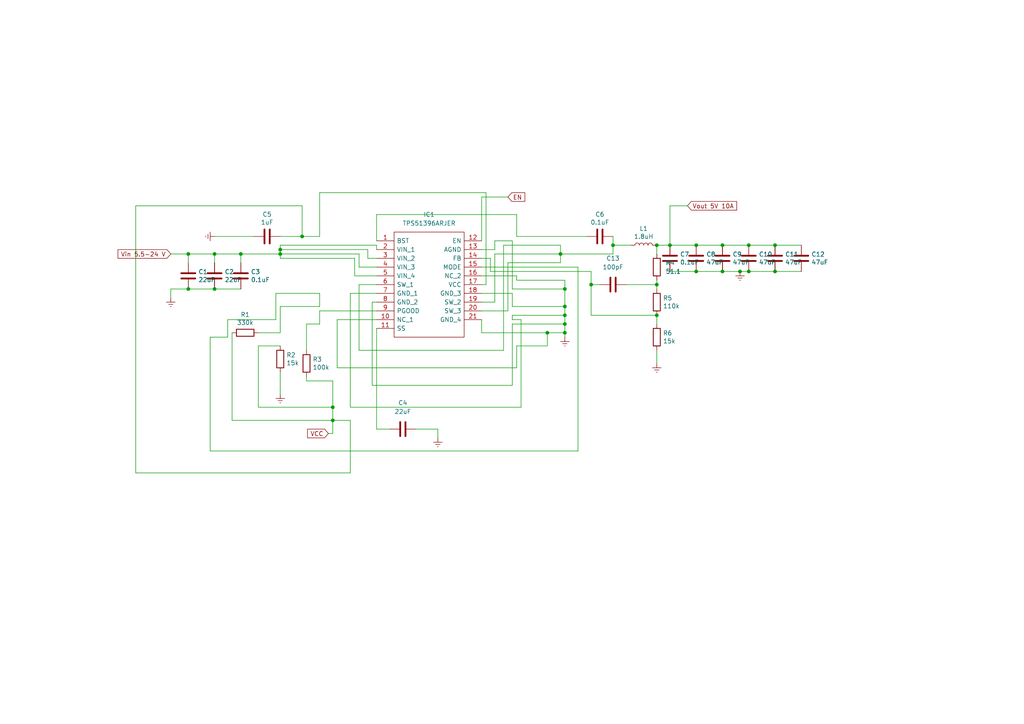
<source format=kicad_sch>
(kicad_sch (version 20211123) (generator eeschema)
  (paper "A4")
  (lib_symbols
    (symbol "Device:C" (pin_numbers hide) (pin_names (offset 0.254))
      (property "Reference" "C" (at 0.635 2.54 0))
      (property "Value" "C" (at 0.635 -2.54 0))
      (symbol "C_0_1"
        (polyline (pts (xy -2.032 -0.762) (xy 2.032 -0.762)) (stroke (width 0.508)))
        (polyline (pts (xy -2.032 0.762) (xy 2.032 0.762)) (stroke (width 0.508)))
      )
      (symbol "C_1_1"
        (pin passive line (at 0 3.81 270) (length 2.794) (name "~") (number "1"))
        (pin passive line (at 0 -3.81 90) (length 2.794) (name "~") (number "2"))
      )
    )
    (symbol "Device:L" (pin_numbers hide) (pin_names (offset 1.016) hide)
      (property "Reference" "L" (at -1.27 0 90))
      (property "Value" "L" (at 1.905 0 90))
      (symbol "L_0_1"
        (arc (start 0 -2.54) (mid 0.635 -1.905) (end 0 -1.27))
        (arc (start 0 -1.27) (mid 0.635 -0.635) (end 0 0))
        (arc (start 0 0) (mid 0.635 0.635) (end 0 1.27))
        (arc (start 0 1.27) (mid 0.635 1.905) (end 0 2.54))
      )
      (symbol "L_1_1"
        (pin passive line (at 0 3.81 270) (length 1.27) (name "1") (number "1"))
        (pin passive line (at 0 -3.81 90) (length 1.27) (name "2") (number "2"))
      )
    )
    (symbol "Device:R" (pin_numbers hide) (pin_names (offset 0))
      (property "Reference" "R" (at 2.032 0 90))
      (property "Value" "R" (at 0 0 90))
      (symbol "R_0_1"
        (rectangle (start -1.016 -2.54) (end 1.016 2.54) (stroke (width 0.254)))
      )
      (symbol "R_1_1"
        (pin passive line (at 0 3.81 270) (length 1.27) (name "~") (number "1"))
        (pin passive line (at 0 -3.81 90) (length 1.27) (name "~") (number "2"))
      )
    )
    (symbol "TPS51396ARJER:TPS51396ARJER" (pin_names (offset 0.762))
      (property "Reference" "IC" (at 26.67 7.62 0))
      (property "Value" "TPS51396ARJER" (at 26.67 5.08 0))
      (symbol "TPS51396ARJER_0_0"
        (pin passive line (at 0 0 0) (length 5.08) (name "BST") (number "1"))
        (pin passive line (at 0 -22.86 0) (length 5.08) (name "NC_1") (number "10"))
        (pin passive line (at 0 -25.4 0) (length 5.08) (name "SS") (number "11"))
        (pin passive line (at 30.48 0 180) (length 5.08) (name "EN") (number "12"))
        (pin passive line (at 30.48 -2.54 180) (length 5.08) (name "AGND") (number "13"))
        (pin passive line (at 30.48 -5.08 180) (length 5.08) (name "FB") (number "14"))
        (pin passive line (at 30.48 -7.62 180) (length 5.08) (name "MODE") (number "15"))
        (pin passive line (at 30.48 -10.16 180) (length 5.08) (name "NC_2") (number "16"))
        (pin passive line (at 30.48 -12.7 180) (length 5.08) (name "VCC") (number "17"))
        (pin passive line (at 30.48 -15.24 180) (length 5.08) (name "GND_3") (number "18"))
        (pin passive line (at 30.48 -17.78 180) (length 5.08) (name "SW_2") (number "19"))
        (pin passive line (at 0 -2.54 0) (length 5.08) (name "VIN_1") (number "2"))
        (pin passive line (at 30.48 -20.32 180) (length 5.08) (name "SW_3") (number "20"))
        (pin passive line (at 30.48 -22.86 180) (length 5.08) (name "GND_4") (number "21"))
        (pin passive line (at 0 -5.08 0) (length 5.08) (name "VIN_2") (number "3"))
        (pin passive line (at 0 -7.62 0) (length 5.08) (name "VIN_3") (number "4"))
        (pin passive line (at 0 -10.16 0) (length 5.08) (name "VIN_4") (number "5"))
        (pin passive line (at 0 -12.7 0) (length 5.08) (name "SW_1") (number "6"))
        (pin passive line (at 0 -15.24 0) (length 5.08) (name "GND_1") (number "7"))
        (pin passive line (at 0 -17.78 0) (length 5.08) (name "GND_2") (number "8"))
        (pin passive line (at 0 -20.32 0) (length 5.08) (name "PGOOD") (number "9"))
      )
      (symbol "TPS51396ARJER_0_1"
        (polyline (pts (xy 5.08 2.54) (xy 25.4 2.54) (xy 25.4 -27.94) (xy 5.08 -27.94) (xy 5.08 2.54)) (stroke (width 0.1524)))
      )
    )
    (symbol "power:Earth" (power) (pin_names (offset 0))
      (symbol "Earth_0_1"
        (polyline (pts (xy -0.635 -1.905) (xy 0.635 -1.905)))
        (polyline (pts (xy -0.127 -2.54) (xy 0.127 -2.54)))
        (polyline (pts (xy 0 -1.27) (xy 0 0)))
        (polyline (pts (xy 1.27 -1.27) (xy -1.27 -1.27)))
      )
      (symbol "Earth_1_1"
        (pin power_in line (at 0 0 270) (length 0) hide (name "Earth") (number "1"))
      )
    )
  )
  (junction (at 201.93 78.74))
  (junction (at 214.63 78.74))
  (junction (at 163.83 88.9))
  (junction (at 177.8 71.12))
  (junction (at 69.85 73.66))
  (junction (at 194.31 71.12))
  (junction (at 62.23 83.82))
  (junction (at 201.93 71.12))
  (junction (at 217.17 71.12))
  (junction (at 163.83 91.44))
  (junction (at 54.61 73.66))
  (junction (at 209.55 78.74))
  (junction (at 217.17 78.74))
  (junction (at 96.52 121.92))
  (junction (at 162.56 73.66))
  (junction (at 163.83 96.52))
  (junction (at 190.5 71.12))
  (junction (at 163.83 83.82))
  (junction (at 87.63 68.58))
  (junction (at 209.55 71.12))
  (junction (at 190.5 91.44))
  (junction (at 96.52 118.11))
  (junction (at 163.83 93.98))
  (junction (at 62.23 73.66))
  (junction (at 81.28 73.66))
  (junction (at 190.5 82.55))
  (junction (at 224.79 78.74))
  (junction (at 158.75 96.52))
  (junction (at 224.79 71.12))
  (junction (at 54.61 83.82))
  (junction (at 81.28 72.39))
  (junction (at 171.45 82.55))
  (wire (pts (xy 224.79 78.74) (xy 232.41 78.74)))
  (wire (pts (xy 209.55 71.12) (xy 217.17 71.12)))
  (wire (pts (xy 201.93 71.12) (xy 209.55 71.12)))
  (wire (pts (xy 163.83 91.44) (xy 163.83 93.98)))
  (wire (pts (xy 88.9 93.98) (xy 88.9 101.6)))
  (wire (pts (xy 120.65 124.46) (xy 127 124.46)))
  (wire (pts (xy 66.04 97.79) (xy 66.04 92.71)))
  (wire (pts (xy 54.61 83.82) (xy 49.53 83.82)))
  (wire (pts (xy 81.28 73.66) (xy 81.28 72.39)))
  (wire (pts (xy 171.45 82.55) (xy 173.99 82.55)))
  (wire (pts (xy 148.59 91.44) (xy 163.83 91.44)))
  (wire (pts (xy 81.28 73.66) (xy 81.28 74.93)))
  (wire (pts (xy 158.75 100.33) (xy 158.75 96.52)))
  (wire (pts (xy 151.13 118.11) (xy 151.13 92.71)))
  (wire (pts (xy 139.7 77.47) (xy 167.64 77.47)))
  (wire (pts (xy 140.97 55.88) (xy 92.71 55.88)))
  (wire (pts (xy 139.7 90.17) (xy 147.32 90.17)))
  (wire (pts (xy 143.51 73.66) (xy 162.56 73.66)))
  (wire (pts (xy 148.59 85.09) (xy 148.59 88.9)))
  (wire (pts (xy 96.52 110.49) (xy 96.52 118.11)))
  (wire (pts (xy 49.53 83.82) (xy 49.53 86.36)))
  (wire (pts (xy 92.71 93.98) (xy 88.9 93.98)))
  (wire (pts (xy 139.7 82.55) (xy 140.97 82.55)))
  (wire (pts (xy 81.28 71.12) (xy 109.22 71.12)))
  (wire (pts (xy 107.95 87.63) (xy 107.95 111.76)))
  (wire (pts (xy 167.64 77.47) (xy 167.64 130.81)))
  (wire (pts (xy 148.59 69.85) (xy 148.59 83.82)))
  (wire (pts (xy 62.23 73.66) (xy 54.61 73.66)))
  (wire (pts (xy 139.7 87.63) (xy 143.51 87.63)))
  (wire (pts (xy 104.14 77.47) (xy 109.22 77.47)))
  (wire (pts (xy 69.85 83.82) (xy 62.23 83.82)))
  (wire (pts (xy 194.31 59.69) (xy 194.31 71.12)))
  (wire (pts (xy 60.96 130.81) (xy 60.96 97.79)))
  (wire (pts (xy 80.01 85.09) (xy 92.71 85.09)))
  (wire (pts (xy 88.9 110.49) (xy 96.52 110.49)))
  (wire (pts (xy 190.5 101.6) (xy 190.5 105.41)))
  (wire (pts (xy 163.83 81.28) (xy 163.83 83.82)))
  (wire (pts (xy 148.59 88.9) (xy 163.83 88.9)))
  (wire (pts (xy 69.85 73.66) (xy 62.23 73.66)))
  (wire (pts (xy 73.66 68.58) (xy 62.23 68.58)))
  (wire (pts (xy 149.86 100.33) (xy 158.75 100.33)))
  (wire (pts (xy 92.71 68.58) (xy 87.63 68.58)))
  (wire (pts (xy 109.22 95.25) (xy 109.22 124.46)))
  (wire (pts (xy 217.17 71.12) (xy 224.79 71.12)))
  (wire (pts (xy 67.31 121.92) (xy 96.52 121.92)))
  (wire (pts (xy 167.64 130.81) (xy 60.96 130.81)))
  (wire (pts (xy 140.97 82.55) (xy 140.97 55.88)))
  (wire (pts (xy 139.7 57.15) (xy 147.32 57.15)))
  (wire (pts (xy 60.96 97.79) (xy 66.04 97.79)))
  (wire (pts (xy 143.51 72.39) (xy 143.51 69.85)))
  (wire (pts (xy 92.71 85.09) (xy 92.71 88.9)))
  (wire (pts (xy 109.22 69.85) (xy 109.22 62.23)))
  (wire (pts (xy 149.86 80.01) (xy 149.86 81.28)))
  (wire (pts (xy 81.28 73.66) (xy 104.14 73.66)))
  (wire (pts (xy 101.6 121.92) (xy 96.52 121.92)))
  (wire (pts (xy 62.23 83.82) (xy 54.61 83.82)))
  (wire (pts (xy 109.22 85.09) (xy 101.6 85.09)))
  (wire (pts (xy 87.63 68.58) (xy 81.28 68.58)))
  (wire (pts (xy 102.87 74.93) (xy 102.87 80.01)))
  (wire (pts (xy 139.7 80.01) (xy 149.86 80.01)))
  (wire (pts (xy 162.56 76.2) (xy 162.56 73.66)))
  (wire (pts (xy 146.05 71.12) (xy 162.56 71.12)))
  (wire (pts (xy 143.51 87.63) (xy 143.51 73.66)))
  (wire (pts (xy 54.61 73.66) (xy 49.53 73.66)))
  (wire (pts (xy 109.22 62.23) (xy 149.86 62.23)))
  (wire (pts (xy 69.85 76.2) (xy 69.85 73.66)))
  (wire (pts (xy 107.95 111.76) (xy 148.59 111.76)))
  (wire (pts (xy 101.6 137.16) (xy 101.6 121.92)))
  (wire (pts (xy 177.8 71.12) (xy 182.88 71.12)))
  (wire (pts (xy 74.93 118.11) (xy 96.52 118.11)))
  (wire (pts (xy 109.22 71.12) (xy 109.22 72.39)))
  (wire (pts (xy 87.63 59.69) (xy 39.37 59.69)))
  (wire (pts (xy 217.17 78.74) (xy 224.79 78.74)))
  (wire (pts (xy 101.6 118.11) (xy 151.13 118.11)))
  (wire (pts (xy 88.9 109.22) (xy 88.9 110.49)))
  (wire (pts (xy 190.5 71.12) (xy 194.31 71.12)))
  (wire (pts (xy 74.93 100.33) (xy 74.93 118.11)))
  (wire (pts (xy 209.55 78.74) (xy 214.63 78.74)))
  (wire (pts (xy 158.75 96.52) (xy 163.83 96.52)))
  (wire (pts (xy 171.45 78.74) (xy 171.45 82.55)))
  (wire (pts (xy 106.68 74.93) (xy 109.22 74.93)))
  (wire (pts (xy 96.52 118.11) (xy 96.52 121.92)))
  (wire (pts (xy 127 124.46) (xy 127 127)))
  (wire (pts (xy 148.59 92.71) (xy 148.59 91.44)))
  (wire (pts (xy 214.63 78.74) (xy 217.17 78.74)))
  (wire (pts (xy 81.28 88.9) (xy 81.28 96.52)))
  (wire (pts (xy 139.7 69.85) (xy 139.7 57.15)))
  (wire (pts (xy 67.31 96.52) (xy 67.31 121.92)))
  (wire (pts (xy 162.56 71.12) (xy 162.56 73.66)))
  (wire (pts (xy 109.22 87.63) (xy 107.95 87.63)))
  (wire (pts (xy 139.7 72.39) (xy 143.51 72.39)))
  (wire (pts (xy 149.86 68.58) (xy 170.18 68.58)))
  (wire (pts (xy 92.71 90.17) (xy 92.71 93.98)))
  (wire (pts (xy 190.5 82.55) (xy 190.5 83.82)))
  (wire (pts (xy 201.93 78.74) (xy 209.55 78.74)))
  (wire (pts (xy 194.31 78.74) (xy 201.93 78.74)))
  (wire (pts (xy 80.01 92.71) (xy 80.01 85.09)))
  (wire (pts (xy 163.83 96.52) (xy 163.83 97.79)))
  (wire (pts (xy 106.68 72.39) (xy 106.68 74.93)))
  (wire (pts (xy 163.83 88.9) (xy 163.83 91.44)))
  (wire (pts (xy 81.28 74.93) (xy 102.87 74.93)))
  (wire (pts (xy 101.6 85.09) (xy 101.6 118.11)))
  (wire (pts (xy 81.28 107.95) (xy 81.28 114.3)))
  (wire (pts (xy 54.61 76.2) (xy 54.61 73.66)))
  (wire (pts (xy 87.63 68.58) (xy 87.63 59.69)))
  (wire (pts (xy 81.28 73.66) (xy 69.85 73.66)))
  (wire (pts (xy 104.14 73.66) (xy 104.14 77.47)))
  (wire (pts (xy 81.28 100.33) (xy 74.93 100.33)))
  (wire (pts (xy 148.59 111.76) (xy 148.59 93.98)))
  (wire (pts (xy 62.23 76.2) (xy 62.23 73.66)))
  (wire (pts (xy 142.24 78.74) (xy 171.45 78.74)))
  (wire (pts (xy 177.8 68.58) (xy 177.8 71.12)))
  (wire (pts (xy 190.5 81.28) (xy 190.5 82.55)))
  (wire (pts (xy 39.37 137.16) (xy 101.6 137.16)))
  (wire (pts (xy 149.86 106.68) (xy 149.86 100.33)))
  (wire (pts (xy 181.61 82.55) (xy 190.5 82.55)))
  (wire (pts (xy 104.14 82.55) (xy 104.14 101.6)))
  (wire (pts (xy 109.22 90.17) (xy 92.71 90.17)))
  (wire (pts (xy 81.28 72.39) (xy 106.68 72.39)))
  (wire (pts (xy 104.14 101.6) (xy 146.05 101.6)))
  (wire (pts (xy 96.52 121.92) (xy 96.52 125.73)))
  (wire (pts (xy 147.32 76.2) (xy 162.56 76.2)))
  (wire (pts (xy 146.05 101.6) (xy 146.05 71.12)))
  (wire (pts (xy 171.45 82.55) (xy 171.45 91.44)))
  (wire (pts (xy 163.83 83.82) (xy 163.83 88.9)))
  (wire (pts (xy 163.83 93.98) (xy 163.83 96.52)))
  (wire (pts (xy 162.56 73.66) (xy 177.8 73.66)))
  (wire (pts (xy 92.71 88.9) (xy 81.28 88.9)))
  (wire (pts (xy 224.79 71.12) (xy 232.41 71.12)))
  (wire (pts (xy 149.86 81.28) (xy 163.83 81.28)))
  (wire (pts (xy 151.13 92.71) (xy 148.59 92.71)))
  (wire (pts (xy 177.8 71.12) (xy 177.8 73.66)))
  (wire (pts (xy 97.79 106.68) (xy 149.86 106.68)))
  (wire (pts (xy 171.45 91.44) (xy 190.5 91.44)))
  (wire (pts (xy 147.32 90.17) (xy 147.32 76.2)))
  (wire (pts (xy 109.22 124.46) (xy 113.03 124.46)))
  (wire (pts (xy 139.7 85.09) (xy 148.59 85.09)))
  (wire (pts (xy 148.59 83.82) (xy 163.83 83.82)))
  (wire (pts (xy 95.25 125.73) (xy 96.52 125.73)))
  (wire (pts (xy 148.59 93.98) (xy 163.83 93.98)))
  (wire (pts (xy 199.39 59.69) (xy 194.31 59.69)))
  (wire (pts (xy 139.7 96.52) (xy 158.75 96.52)))
  (wire (pts (xy 139.7 92.71) (xy 139.7 96.52)))
  (wire (pts (xy 97.79 92.71) (xy 109.22 92.71)))
  (wire (pts (xy 190.5 71.12) (xy 190.5 73.66)))
  (wire (pts (xy 92.71 55.88) (xy 92.71 68.58)))
  (wire (pts (xy 109.22 82.55) (xy 104.14 82.55)))
  (wire (pts (xy 143.51 69.85) (xy 148.59 69.85)))
  (wire (pts (xy 139.7 74.93) (xy 142.24 74.93)))
  (wire (pts (xy 97.79 92.71) (xy 97.79 106.68)))
  (wire (pts (xy 142.24 74.93) (xy 142.24 78.74)))
  (wire (pts (xy 149.86 62.23) (xy 149.86 68.58)))
  (wire (pts (xy 190.5 91.44) (xy 190.5 93.98)))
  (wire (pts (xy 81.28 71.12) (xy 81.28 72.39)))
  (wire (pts (xy 39.37 59.69) (xy 39.37 137.16)))
  (wire (pts (xy 102.87 80.01) (xy 109.22 80.01)))
  (wire (pts (xy 74.93 96.52) (xy 81.28 96.52)))
  (wire (pts (xy 66.04 92.71) (xy 80.01 92.71)))
  (wire (pts (xy 194.31 71.12) (xy 201.93 71.12)))
  (global_label "EN" (shape input) (at 147.32 57.15 0) (property "Intersheet References" "${INTERSHEET_REFS}" (effects hide)))
  (global_label "Vin 5.5-24 V" (shape input) (at 49.53 73.66 180) (property "Intersheet References" "${INTERSHEET_REFS}" (effects hide)))
  (global_label "Vout 5V 10A" (shape input) (at 199.39 59.69 0) (property "Intersheet References" "${INTERSHEET_REFS}" (effects hide)))
  (global_label "VCC" (shape input) (at 95.25 125.73 180) (property "Intersheet References" "${INTERSHEET_REFS}" (effects hide)))
  (symbol (lib_id "Device:C") (at 224.79 74.93 0) (unit 1)
    (property "Reference" "C11" (at 227.711 73.7616 0) (effects (justify left)))
    (property "Value" "47uF" (at 227.711 76.073 0) (effects (justify left)))
    (property "Footprint" "Capacitor_SMD:C_0805_2012Metric_Pad1.18x1.45mm_HandSolder" (effects hide))
  )
  (symbol (lib_id "Device:C") (at 194.31 74.93 0) (unit 1)
    (property "Reference" "C7" (at 197.231 73.7616 0) (effects (justify left)))
    (property "Value" "0.1uF" (at 197.231 76.073 0) (effects (justify left)))
    (property "Footprint" "Capacitor_SMD:C_0805_2012Metric_Pad1.18x1.45mm_HandSolder" (effects hide))
  )
  (symbol (lib_id "power:Earth") (at 163.83 97.79 0) (unit 1)
    (property "Reference" "#PWR06" (effects hide))
    (property "Value" "Earth" (effects hide))
  )
  (symbol (lib_id "Device:R") (at 190.5 77.47 0) (unit 1)
    (property "Reference" "R4" (at 193.04 76.1999 0) (effects (justify left)))
    (property "Value" "51.1" (at 193.04 78.7399 0) (effects (justify left)))
    (property "Footprint" "Capacitor_SMD:C_0603_1608Metric_Pad1.08x0.95mm_HandSolder" (effects hide))
  )
  (symbol (lib_id "power:Earth") (at 49.53 86.36 0) (unit 1)
    (property "Reference" "#PWR01" (effects hide))
    (property "Value" "Earth" (effects hide))
  )
  (symbol (lib_id "Device:C") (at 201.93 74.93 0) (unit 1)
    (property "Reference" "C8" (at 204.851 73.7616 0) (effects (justify left)))
    (property "Value" "47uF" (at 204.851 76.073 0) (effects (justify left)))
    (property "Footprint" "Capacitor_SMD:C_0805_2012Metric_Pad1.18x1.45mm_HandSolder" (effects hide))
  )
  (symbol (lib_id "Device:R") (at 71.12 96.52 270) (unit 1)
    (property "Reference" "R1" (at 71.12 91.2622 90))
    (property "Value" "330k" (at 71.12 93.5736 90))
    (property "Footprint" "Capacitor_SMD:C_0603_1608Metric_Pad1.08x0.95mm_HandSolder" (effects hide))
  )
  (symbol (lib_id "Device:C") (at 54.61 80.01 0) (unit 1)
    (property "Reference" "C1" (at 57.531 78.8416 0) (effects (justify left)))
    (property "Value" "22uF" (at 57.531 81.153 0) (effects (justify left)))
    (property "Footprint" "Capacitor_SMD:C_0805_2012Metric_Pad1.18x1.45mm_HandSolder" (effects hide))
  )
  (symbol (lib_id "Device:R") (at 81.28 104.14 0) (unit 1)
    (property "Reference" "R2" (at 83.058 102.9716 0) (effects (justify left)))
    (property "Value" "15k" (at 83.058 105.283 0) (effects (justify left)))
    (property "Footprint" "Capacitor_SMD:C_0603_1608Metric_Pad1.08x0.95mm_HandSolder" (effects hide))
  )
  (symbol (lib_id "Device:R") (at 88.9 105.41 0) (unit 1)
    (property "Reference" "R3" (at 90.678 104.2416 0) (effects (justify left)))
    (property "Value" "100k" (at 90.678 106.553 0) (effects (justify left)))
    (property "Footprint" "Capacitor_SMD:C_0603_1608Metric_Pad1.08x0.95mm_HandSolder" (effects hide))
  )
  (symbol (lib_id "Device:C") (at 209.55 74.93 0) (unit 1)
    (property "Reference" "C9" (at 212.471 73.7616 0) (effects (justify left)))
    (property "Value" "47uF" (at 212.471 76.073 0) (effects (justify left)))
    (property "Footprint" "Capacitor_SMD:C_0805_2012Metric_Pad1.18x1.45mm_HandSolder" (effects hide))
  )
  (symbol (lib_id "Device:R") (at 190.5 97.79 0) (unit 1)
    (property "Reference" "R6" (at 192.278 96.6216 0) (effects (justify left)))
    (property "Value" "15k" (at 192.278 98.933 0) (effects (justify left)))
    (property "Footprint" "Capacitor_SMD:C_0805_2012Metric_Pad1.18x1.45mm_HandSolder" (effects hide))
  )
  (symbol (lib_id "power:Earth") (at 190.5 105.41 0) (unit 1)
    (property "Reference" "#PWR_FLAG01" (effects hide))
    (property "Value" "Earth" (effects hide))
  )
  (symbol (lib_id "TPS51396ARJER:TPS51396ARJER") (at 109.22 69.85 0) (unit 1)
    (property "Reference" "IC1" (at 124.46 62.23 0))
    (property "Value" "TPS51396ARJER" (at 124.46 64.77 0))
    (property "Footprint" "TPS51396ARJER:TPS51396ARJER" (effects hide))
    (property "Datasheet" "https://www.ti.com/lit/ds/symlink/tps51396a.pdf?HQS=dis-mous-null-mousermode-dsf-pf-null-wwe&ts=1662566370253&ref_url=https%253A%252F%252Fwww.mouser.in%252F" (effects hide))
    (property "Description" "Buck Switching Regulator IC Positive Adjustable 0.6V 1 Output 8A 20-VFQFN Exposed Pad" (effects hide))
    (property "Height" "1" (effects hide))
    (property "Mouser Part Number" "595-TPS51396ARJER" (effects hide))
    (property "Mouser Price/Stock" "https://www.mouser.co.uk/ProductDetail/Texas-Instruments/TPS51396ARJER?qs=GBLSl2AkirtKr8QWcQ0Vig%3D%3D" (effects hide))
    (property "Manufacturer_Name" "Texas Instruments" (effects hide))
    (property "Manufacturer_Part_Number" "TPS51396ARJER" (effects hide))
  )
  (symbol (lib_id "Device:C") (at 232.41 74.93 0) (unit 1)
    (property "Reference" "C12" (at 235.331 73.7616 0) (effects (justify left)))
    (property "Value" "47uF" (at 235.331 76.073 0) (effects (justify left)))
    (property "Footprint" "Capacitor_SMD:C_0805_2012Metric_Pad1.18x1.45mm_HandSolder" (effects hide))
  )
  (symbol (lib_id "Device:C") (at 116.84 124.46 90) (unit 1)
    (property "Reference" "C4" (at 116.84 116.84 90))
    (property "Value" "22uF" (at 116.84 119.38 90))
    (property "Footprint" "Capacitor_SMD:C_0805_2012Metric_Pad1.18x1.45mm_HandSolder" (effects hide))
  )
  (symbol (lib_id "Device:L") (at 186.69 71.12 90) (unit 1)
    (property "Reference" "L1" (at 186.69 66.294 90))
    (property "Value" "1.8uH" (at 186.69 68.6054 90))
    (property "Footprint" "Inductor_SMD:L_Vishay_IHLP-2525" (effects hide))
  )
  (symbol (lib_id "Device:C") (at 173.99 68.58 270) (unit 1)
    (property "Reference" "C6" (at 173.99 62.1792 90))
    (property "Value" "0.1uF" (at 173.99 64.4906 90))
    (property "Footprint" "Capacitor_SMD:C_0805_2012Metric_Pad1.18x1.45mm_HandSolder" (effects hide))
  )
  (symbol (lib_id "Device:C") (at 177.8 82.55 90) (unit 1)
    (property "Reference" "C13" (at 177.8 74.93 90))
    (property "Value" "100pF" (at 177.8 77.47 90))
    (property "Footprint" "Capacitor_SMD:C_0805_2012Metric_Pad1.18x1.45mm_HandSolder" (effects hide))
  )
  (symbol (lib_id "power:Earth") (at 127 127 0) (unit 1)
    (property "Reference" "#PWR02" (effects hide))
    (property "Value" "Earth" (effects hide))
  )
  (symbol (lib_id "Device:C") (at 62.23 80.01 0) (unit 1)
    (property "Reference" "C2" (at 65.151 78.8416 0) (effects (justify left)))
    (property "Value" "22uF" (at 65.151 81.153 0) (effects (justify left)))
    (property "Footprint" "Capacitor_SMD:C_0805_2012Metric_Pad1.18x1.45mm_HandSolder" (effects hide))
  )
  (symbol (lib_id "Device:R") (at 190.5 87.63 0) (unit 1)
    (property "Reference" "R5" (at 192.278 86.4616 0) (effects (justify left)))
    (property "Value" "110k" (at 192.278 88.773 0) (effects (justify left)))
    (property "Footprint" "Capacitor_SMD:C_0603_1608Metric_Pad1.08x0.95mm_HandSolder" (effects hide))
  )
  (symbol (lib_id "Device:C") (at 77.47 68.58 90) (unit 1)
    (property "Reference" "C5" (at 77.47 62.1792 90))
    (property "Value" "1uF" (at 77.47 64.4906 90))
    (property "Footprint" "Capacitor_SMD:C_0603_1608Metric_Pad1.08x0.95mm_HandSolder" (effects hide))
  )
  (symbol (lib_id "Device:C") (at 217.17 74.93 0) (unit 1)
    (property "Reference" "C10" (at 220.091 73.7616 0) (effects (justify left)))
    (property "Value" "47uF" (at 220.091 76.073 0) (effects (justify left)))
    (property "Footprint" "Capacitor_SMD:C_0805_2012Metric_Pad1.18x1.45mm_HandSolder" (effects hide))
  )
  (symbol (lib_id "power:Earth") (at 81.28 114.3 0) (unit 1)
    (property "Reference" "#PWR05" (effects hide))
    (property "Value" "Earth" (effects hide))
  )
  (symbol (lib_id "Device:C") (at 69.85 80.01 0) (unit 1)
    (property "Reference" "C3" (at 72.771 78.8416 0) (effects (justify left)))
    (property "Value" "0.1uF" (at 72.771 81.153 0) (effects (justify left)))
    (property "Footprint" "Capacitor_SMD:C_0805_2012Metric_Pad1.18x1.45mm_HandSolder" (effects hide))
  )
  (symbol (lib_id "power:Earth") (at 62.23 68.58 270) (unit 1)
    (property "Reference" "#PWR03" (effects hide))
    (property "Value" "Earth" (effects hide))
  )
  (symbol (lib_id "power:Earth") (at 214.63 78.74 0) (unit 1)
    (property "Reference" "#PWR08" (effects hide))
    (property "Value" "Earth" (effects hide))
  )
)
</source>
